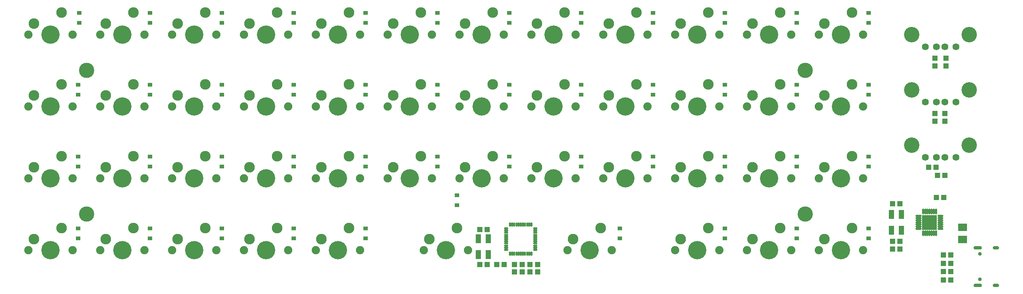
<source format=gbs>
G75*
%MOIN*%
%OFA0B0*%
%FSLAX25Y25*%
%IPPOS*%
%LPD*%
%AMOC8*
5,1,8,0,0,1.08239X$1,22.5*
%
%ADD10C,0.16548*%
%ADD11C,0.07493*%
%ADD12C,0.09658*%
%ADD13R,0.04068X0.03280*%
%ADD14C,0.01803*%
%ADD15R,0.05131X0.04737*%
%ADD16R,0.05131X0.08280*%
%ADD17R,0.04737X0.05131*%
%ADD18C,0.13973*%
%ADD19C,0.06233*%
%ADD20C,0.01981*%
%ADD21R,0.13202X0.13202*%
%ADD22R,0.07887X0.07099*%
%ADD23C,0.03359*%
%ADD24C,0.00600*%
%ADD25C,0.13800*%
D10*
X0036500Y0036500D03*
X0101500Y0036500D03*
X0166500Y0036500D03*
X0231500Y0036500D03*
X0296500Y0036500D03*
X0394000Y0036500D03*
X0524000Y0036500D03*
X0621500Y0036500D03*
X0686500Y0036500D03*
X0751500Y0036500D03*
X0751500Y0101500D03*
X0686500Y0101500D03*
X0621500Y0101500D03*
X0556500Y0101500D03*
X0491500Y0101500D03*
X0426500Y0101500D03*
X0361500Y0101500D03*
X0296500Y0101500D03*
X0231500Y0101500D03*
X0166500Y0101500D03*
X0101500Y0101500D03*
X0036500Y0101500D03*
X0036500Y0166500D03*
X0101500Y0166500D03*
X0166500Y0166500D03*
X0231500Y0166500D03*
X0296500Y0166500D03*
X0361500Y0166500D03*
X0426500Y0166500D03*
X0491500Y0166500D03*
X0556500Y0166500D03*
X0621500Y0166500D03*
X0686500Y0166500D03*
X0751500Y0166500D03*
X0751500Y0231500D03*
X0686500Y0231500D03*
X0621500Y0231500D03*
X0556500Y0231500D03*
X0491500Y0231500D03*
X0426500Y0231500D03*
X0361500Y0231500D03*
X0296500Y0231500D03*
X0231500Y0231500D03*
X0166500Y0231500D03*
X0101500Y0231500D03*
X0036500Y0231500D03*
D11*
X0016500Y0036500D03*
X0056500Y0036500D03*
X0081500Y0036500D03*
X0121500Y0036500D03*
X0146500Y0036500D03*
X0186500Y0036500D03*
X0211500Y0036500D03*
X0251500Y0036500D03*
X0276500Y0036500D03*
X0316500Y0036500D03*
X0374000Y0036500D03*
X0414000Y0036500D03*
X0504000Y0036500D03*
X0544000Y0036500D03*
X0601500Y0036500D03*
X0641500Y0036500D03*
X0666500Y0036500D03*
X0706500Y0036500D03*
X0731500Y0036500D03*
X0771500Y0036500D03*
X0771500Y0101500D03*
X0731500Y0101500D03*
X0706500Y0101500D03*
X0666500Y0101500D03*
X0641500Y0101500D03*
X0601500Y0101500D03*
X0576500Y0101500D03*
X0536500Y0101500D03*
X0511500Y0101500D03*
X0471500Y0101500D03*
X0446500Y0101500D03*
X0406500Y0101500D03*
X0381500Y0101500D03*
X0341500Y0101500D03*
X0316500Y0101500D03*
X0276500Y0101500D03*
X0251500Y0101500D03*
X0211500Y0101500D03*
X0186500Y0101500D03*
X0146500Y0101500D03*
X0121500Y0101500D03*
X0081500Y0101500D03*
X0056500Y0101500D03*
X0016500Y0101500D03*
X0016500Y0166500D03*
X0056500Y0166500D03*
X0081500Y0166500D03*
X0121500Y0166500D03*
X0146500Y0166500D03*
X0186500Y0166500D03*
X0211500Y0166500D03*
X0251500Y0166500D03*
X0276500Y0166500D03*
X0316500Y0166500D03*
X0341500Y0166500D03*
X0381500Y0166500D03*
X0406500Y0166500D03*
X0446500Y0166500D03*
X0471500Y0166500D03*
X0511500Y0166500D03*
X0536500Y0166500D03*
X0576500Y0166500D03*
X0601500Y0166500D03*
X0641500Y0166500D03*
X0666500Y0166500D03*
X0706500Y0166500D03*
X0731500Y0166500D03*
X0771500Y0166500D03*
X0771500Y0231500D03*
X0731500Y0231500D03*
X0706500Y0231500D03*
X0666500Y0231500D03*
X0641500Y0231500D03*
X0601500Y0231500D03*
X0576500Y0231500D03*
X0536500Y0231500D03*
X0511500Y0231500D03*
X0471500Y0231500D03*
X0446500Y0231500D03*
X0406500Y0231500D03*
X0381500Y0231500D03*
X0341500Y0231500D03*
X0316500Y0231500D03*
X0276500Y0231500D03*
X0251500Y0231500D03*
X0211500Y0231500D03*
X0186500Y0231500D03*
X0146500Y0231500D03*
X0121500Y0231500D03*
X0081500Y0231500D03*
X0056500Y0231500D03*
X0016500Y0231500D03*
D12*
X0021500Y0241500D03*
X0046500Y0251500D03*
X0086500Y0241500D03*
X0111500Y0251500D03*
X0151500Y0241500D03*
X0176500Y0251500D03*
X0216500Y0241500D03*
X0241500Y0251500D03*
X0281500Y0241500D03*
X0306500Y0251500D03*
X0346500Y0241500D03*
X0371500Y0251500D03*
X0411500Y0241500D03*
X0436500Y0251500D03*
X0476500Y0241500D03*
X0501500Y0251500D03*
X0541500Y0241500D03*
X0566500Y0251500D03*
X0606500Y0241500D03*
X0631500Y0251500D03*
X0671500Y0241500D03*
X0696500Y0251500D03*
X0736500Y0241500D03*
X0761500Y0251500D03*
X0761500Y0186500D03*
X0736500Y0176500D03*
X0696500Y0186500D03*
X0671500Y0176500D03*
X0631500Y0186500D03*
X0606500Y0176500D03*
X0566500Y0186500D03*
X0541500Y0176500D03*
X0501500Y0186500D03*
X0476500Y0176500D03*
X0436500Y0186500D03*
X0411500Y0176500D03*
X0371500Y0186500D03*
X0346500Y0176500D03*
X0306500Y0186500D03*
X0281500Y0176500D03*
X0241500Y0186500D03*
X0216500Y0176500D03*
X0176500Y0186500D03*
X0151500Y0176500D03*
X0111500Y0186500D03*
X0086500Y0176500D03*
X0046500Y0186500D03*
X0021500Y0176500D03*
X0046500Y0121500D03*
X0021500Y0111500D03*
X0086500Y0111500D03*
X0111500Y0121500D03*
X0151500Y0111500D03*
X0176500Y0121500D03*
X0216500Y0111500D03*
X0241500Y0121500D03*
X0281500Y0111500D03*
X0306500Y0121500D03*
X0346500Y0111500D03*
X0371500Y0121500D03*
X0411500Y0111500D03*
X0436500Y0121500D03*
X0476500Y0111500D03*
X0501500Y0121500D03*
X0541500Y0111500D03*
X0566500Y0121500D03*
X0606500Y0111500D03*
X0631500Y0121500D03*
X0671500Y0111500D03*
X0696500Y0121500D03*
X0736500Y0111500D03*
X0761500Y0121500D03*
X0761500Y0056500D03*
X0736500Y0046500D03*
X0696500Y0056500D03*
X0671500Y0046500D03*
X0631500Y0056500D03*
X0606500Y0046500D03*
X0534000Y0056500D03*
X0509000Y0046500D03*
X0404000Y0056500D03*
X0379000Y0046500D03*
X0306500Y0056500D03*
X0281500Y0046500D03*
X0241500Y0056500D03*
X0216500Y0046500D03*
X0176500Y0056500D03*
X0151500Y0046500D03*
X0111500Y0056500D03*
X0086500Y0046500D03*
X0046500Y0056500D03*
X0021500Y0046500D03*
D13*
X0061500Y0046972D03*
X0061500Y0056028D03*
X0126500Y0056028D03*
X0126500Y0046972D03*
X0191500Y0046972D03*
X0191500Y0056028D03*
X0256500Y0056028D03*
X0256500Y0046972D03*
X0321500Y0046972D03*
X0321500Y0056028D03*
X0404000Y0076972D03*
X0404000Y0086028D03*
X0386500Y0111972D03*
X0386500Y0121028D03*
X0321500Y0121028D03*
X0321500Y0111972D03*
X0256500Y0111972D03*
X0256500Y0121028D03*
X0191500Y0121028D03*
X0191500Y0111972D03*
X0126500Y0111972D03*
X0126500Y0121028D03*
X0061500Y0121028D03*
X0061500Y0111972D03*
X0061500Y0176972D03*
X0061500Y0186028D03*
X0126500Y0186028D03*
X0126500Y0176972D03*
X0191500Y0176972D03*
X0191500Y0186028D03*
X0256500Y0186028D03*
X0256500Y0176972D03*
X0321500Y0176972D03*
X0321500Y0186028D03*
X0386500Y0186028D03*
X0386500Y0176972D03*
X0451500Y0176972D03*
X0451500Y0186028D03*
X0516500Y0186028D03*
X0516500Y0176972D03*
X0581500Y0176972D03*
X0581500Y0186028D03*
X0646500Y0186028D03*
X0646500Y0176972D03*
X0711500Y0176972D03*
X0711500Y0186028D03*
X0776500Y0186028D03*
X0776500Y0176972D03*
X0776500Y0121028D03*
X0776500Y0111972D03*
X0711500Y0111972D03*
X0711500Y0121028D03*
X0646500Y0121028D03*
X0646500Y0111972D03*
X0581500Y0111972D03*
X0581500Y0121028D03*
X0516500Y0121028D03*
X0516500Y0111972D03*
X0451500Y0111972D03*
X0451500Y0121028D03*
X0551500Y0056028D03*
X0551500Y0046972D03*
X0646500Y0046972D03*
X0646500Y0056028D03*
X0711500Y0056028D03*
X0711500Y0046972D03*
X0776500Y0046972D03*
X0776500Y0056028D03*
X0776500Y0241972D03*
X0776500Y0251028D03*
X0711500Y0251028D03*
X0711500Y0241972D03*
X0646500Y0241972D03*
X0646500Y0251028D03*
X0581500Y0251028D03*
X0581500Y0241972D03*
X0516500Y0241972D03*
X0516500Y0251028D03*
X0451500Y0251028D03*
X0451500Y0241972D03*
X0386500Y0241972D03*
X0386500Y0251028D03*
X0321500Y0251028D03*
X0321500Y0241972D03*
X0256500Y0241972D03*
X0256500Y0251028D03*
X0191500Y0251028D03*
X0191500Y0241972D03*
X0126500Y0241972D03*
X0126500Y0251028D03*
X0062500Y0251028D03*
X0062500Y0241972D03*
D14*
X0451913Y0060710D02*
X0451913Y0058562D01*
X0451735Y0058562D01*
X0451735Y0060710D01*
X0451913Y0060710D01*
X0451913Y0060275D02*
X0451735Y0060275D01*
X0453881Y0060710D02*
X0453881Y0058562D01*
X0453703Y0058562D01*
X0453703Y0060710D01*
X0453881Y0060710D01*
X0453881Y0060275D02*
X0453703Y0060275D01*
X0455767Y0060710D02*
X0455767Y0058562D01*
X0455589Y0058562D01*
X0455589Y0060710D01*
X0455767Y0060710D01*
X0455767Y0060275D02*
X0455589Y0060275D01*
X0457735Y0060710D02*
X0457735Y0058562D01*
X0457557Y0058562D01*
X0457557Y0060710D01*
X0457735Y0060710D01*
X0457735Y0060275D02*
X0457557Y0060275D01*
X0459620Y0060710D02*
X0459620Y0058562D01*
X0459442Y0058562D01*
X0459442Y0060710D01*
X0459620Y0060710D01*
X0459620Y0060275D02*
X0459442Y0060275D01*
X0461589Y0060710D02*
X0461589Y0058562D01*
X0461411Y0058562D01*
X0461411Y0060710D01*
X0461589Y0060710D01*
X0461589Y0060275D02*
X0461411Y0060275D01*
X0463380Y0060710D02*
X0463380Y0058562D01*
X0463380Y0060710D02*
X0463558Y0060710D01*
X0463558Y0058562D01*
X0463380Y0058562D01*
X0463380Y0060275D02*
X0463558Y0060275D01*
X0465265Y0060710D02*
X0465265Y0058562D01*
X0465265Y0060710D02*
X0465443Y0060710D01*
X0465443Y0058562D01*
X0465265Y0058562D01*
X0465265Y0060275D02*
X0465443Y0060275D01*
X0467233Y0060710D02*
X0467233Y0058562D01*
X0467233Y0060710D02*
X0467411Y0060710D01*
X0467411Y0058562D01*
X0467233Y0058562D01*
X0467233Y0060275D02*
X0467411Y0060275D01*
X0469119Y0060710D02*
X0469119Y0058562D01*
X0469119Y0060710D02*
X0469297Y0060710D01*
X0469297Y0058562D01*
X0469119Y0058562D01*
X0469119Y0060275D02*
X0469297Y0060275D01*
X0471087Y0060710D02*
X0471087Y0058562D01*
X0471087Y0060710D02*
X0471265Y0060710D01*
X0471265Y0058562D01*
X0471087Y0058562D01*
X0471087Y0060275D02*
X0471265Y0060275D01*
X0473562Y0056087D02*
X0475710Y0056087D01*
X0473562Y0056087D02*
X0473562Y0056265D01*
X0475710Y0056265D01*
X0475710Y0056087D01*
X0475710Y0054119D02*
X0473562Y0054119D01*
X0473562Y0054297D01*
X0475710Y0054297D01*
X0475710Y0054119D01*
X0475710Y0052233D02*
X0473562Y0052233D01*
X0473562Y0052411D01*
X0475710Y0052411D01*
X0475710Y0052233D01*
X0475710Y0050265D02*
X0473562Y0050265D01*
X0473562Y0050443D01*
X0475710Y0050443D01*
X0475710Y0050265D01*
X0475710Y0048380D02*
X0473562Y0048380D01*
X0473562Y0048558D01*
X0475710Y0048558D01*
X0475710Y0048380D01*
X0475710Y0046411D02*
X0473562Y0046411D01*
X0473562Y0046589D01*
X0475710Y0046589D01*
X0475710Y0046411D01*
X0475710Y0044620D02*
X0473562Y0044620D01*
X0475710Y0044620D02*
X0475710Y0044442D01*
X0473562Y0044442D01*
X0473562Y0044620D01*
X0473562Y0042735D02*
X0475710Y0042735D01*
X0475710Y0042557D01*
X0473562Y0042557D01*
X0473562Y0042735D01*
X0473562Y0040767D02*
X0475710Y0040767D01*
X0475710Y0040589D01*
X0473562Y0040589D01*
X0473562Y0040767D01*
X0473562Y0038881D02*
X0475710Y0038881D01*
X0475710Y0038703D01*
X0473562Y0038703D01*
X0473562Y0038881D01*
X0473562Y0036913D02*
X0475710Y0036913D01*
X0475710Y0036735D01*
X0473562Y0036735D01*
X0473562Y0036913D01*
X0471087Y0034438D02*
X0471087Y0032290D01*
X0471087Y0034438D02*
X0471265Y0034438D01*
X0471265Y0032290D01*
X0471087Y0032290D01*
X0471087Y0034003D02*
X0471265Y0034003D01*
X0469119Y0034438D02*
X0469119Y0032290D01*
X0469119Y0034438D02*
X0469297Y0034438D01*
X0469297Y0032290D01*
X0469119Y0032290D01*
X0469119Y0034003D02*
X0469297Y0034003D01*
X0467233Y0034438D02*
X0467233Y0032290D01*
X0467233Y0034438D02*
X0467411Y0034438D01*
X0467411Y0032290D01*
X0467233Y0032290D01*
X0467233Y0034003D02*
X0467411Y0034003D01*
X0465265Y0034438D02*
X0465265Y0032290D01*
X0465265Y0034438D02*
X0465443Y0034438D01*
X0465443Y0032290D01*
X0465265Y0032290D01*
X0465265Y0034003D02*
X0465443Y0034003D01*
X0463380Y0034438D02*
X0463380Y0032290D01*
X0463380Y0034438D02*
X0463558Y0034438D01*
X0463558Y0032290D01*
X0463380Y0032290D01*
X0463380Y0034003D02*
X0463558Y0034003D01*
X0461411Y0034438D02*
X0461411Y0032290D01*
X0461411Y0034438D02*
X0461589Y0034438D01*
X0461589Y0032290D01*
X0461411Y0032290D01*
X0461411Y0034003D02*
X0461589Y0034003D01*
X0459620Y0034438D02*
X0459620Y0032290D01*
X0459442Y0032290D01*
X0459442Y0034438D01*
X0459620Y0034438D01*
X0459620Y0034003D02*
X0459442Y0034003D01*
X0457735Y0034438D02*
X0457735Y0032290D01*
X0457557Y0032290D01*
X0457557Y0034438D01*
X0457735Y0034438D01*
X0457735Y0034003D02*
X0457557Y0034003D01*
X0455767Y0034438D02*
X0455767Y0032290D01*
X0455589Y0032290D01*
X0455589Y0034438D01*
X0455767Y0034438D01*
X0455767Y0034003D02*
X0455589Y0034003D01*
X0453881Y0034438D02*
X0453881Y0032290D01*
X0453703Y0032290D01*
X0453703Y0034438D01*
X0453881Y0034438D01*
X0453881Y0034003D02*
X0453703Y0034003D01*
X0451913Y0034438D02*
X0451913Y0032290D01*
X0451735Y0032290D01*
X0451735Y0034438D01*
X0451913Y0034438D01*
X0451913Y0034003D02*
X0451735Y0034003D01*
X0449438Y0036913D02*
X0447290Y0036913D01*
X0449438Y0036913D02*
X0449438Y0036735D01*
X0447290Y0036735D01*
X0447290Y0036913D01*
X0447290Y0038881D02*
X0449438Y0038881D01*
X0449438Y0038703D01*
X0447290Y0038703D01*
X0447290Y0038881D01*
X0447290Y0040767D02*
X0449438Y0040767D01*
X0449438Y0040589D01*
X0447290Y0040589D01*
X0447290Y0040767D01*
X0447290Y0042735D02*
X0449438Y0042735D01*
X0449438Y0042557D01*
X0447290Y0042557D01*
X0447290Y0042735D01*
X0447290Y0044620D02*
X0449438Y0044620D01*
X0449438Y0044442D01*
X0447290Y0044442D01*
X0447290Y0044620D01*
X0447290Y0046589D02*
X0449438Y0046589D01*
X0449438Y0046411D01*
X0447290Y0046411D01*
X0447290Y0046589D01*
X0447290Y0048380D02*
X0449438Y0048380D01*
X0447290Y0048380D02*
X0447290Y0048558D01*
X0449438Y0048558D01*
X0449438Y0048380D01*
X0449438Y0050265D02*
X0447290Y0050265D01*
X0447290Y0050443D01*
X0449438Y0050443D01*
X0449438Y0050265D01*
X0449438Y0052233D02*
X0447290Y0052233D01*
X0447290Y0052411D01*
X0449438Y0052411D01*
X0449438Y0052233D01*
X0449438Y0054119D02*
X0447290Y0054119D01*
X0447290Y0054297D01*
X0449438Y0054297D01*
X0449438Y0054119D01*
X0449438Y0056087D02*
X0447290Y0056087D01*
X0447290Y0056265D01*
X0449438Y0056265D01*
X0449438Y0056087D01*
D15*
X0431346Y0055000D03*
X0424654Y0055000D03*
X0424654Y0023500D03*
X0431346Y0023500D03*
X0440154Y0023500D03*
X0446846Y0023500D03*
X0798154Y0037500D03*
X0804846Y0037500D03*
X0804846Y0044500D03*
X0798154Y0044500D03*
X0844154Y0032000D03*
X0850846Y0032000D03*
X0850846Y0024500D03*
X0844154Y0024500D03*
X0844154Y0017000D03*
X0850846Y0017000D03*
X0850846Y0009500D03*
X0844154Y0009500D03*
X0804846Y0078500D03*
X0798154Y0078500D03*
X0837654Y0084000D03*
X0844346Y0084000D03*
X0845346Y0104000D03*
X0838654Y0104000D03*
X0837346Y0111500D03*
X0830654Y0111500D03*
D16*
X0806028Y0068783D03*
X0796972Y0068783D03*
X0796972Y0054217D03*
X0806028Y0054217D03*
X0432528Y0046783D03*
X0423472Y0046783D03*
X0423472Y0032217D03*
X0432528Y0032217D03*
D17*
X0456000Y0023346D03*
X0463000Y0023346D03*
X0470000Y0023346D03*
X0477000Y0023346D03*
X0477000Y0016654D03*
X0470000Y0016654D03*
X0463000Y0016654D03*
X0456000Y0016654D03*
X0836500Y0153154D03*
X0845500Y0153154D03*
X0845500Y0159846D03*
X0836500Y0159846D03*
X0836500Y0203154D03*
X0846500Y0203154D03*
X0846500Y0209846D03*
X0836500Y0209846D03*
D18*
X0815516Y0231500D03*
X0867484Y0231500D03*
X0867484Y0181500D03*
X0815516Y0181500D03*
X0815516Y0131500D03*
X0867484Y0131500D03*
D19*
X0855280Y0120476D03*
X0845437Y0120476D03*
X0837563Y0120476D03*
X0827720Y0120476D03*
X0827720Y0170476D03*
X0837563Y0170476D03*
X0845437Y0170476D03*
X0855280Y0170476D03*
X0855280Y0220476D03*
X0845437Y0220476D03*
X0837563Y0220476D03*
X0827720Y0220476D03*
D20*
X0827563Y0073123D02*
X0827563Y0073123D01*
X0827563Y0069775D01*
X0827563Y0069775D01*
X0827563Y0073123D01*
X0827563Y0071657D02*
X0827563Y0071657D01*
X0829531Y0073123D02*
X0829531Y0073123D01*
X0829531Y0069775D01*
X0829531Y0069775D01*
X0829531Y0073123D01*
X0829531Y0071657D02*
X0829531Y0071657D01*
X0831500Y0073123D02*
X0831500Y0073123D01*
X0831500Y0069775D01*
X0831500Y0069775D01*
X0831500Y0073123D01*
X0831500Y0071657D02*
X0831500Y0071657D01*
X0833469Y0073123D02*
X0833469Y0073123D01*
X0833469Y0069775D01*
X0833469Y0069775D01*
X0833469Y0073123D01*
X0833469Y0071657D02*
X0833469Y0071657D01*
X0835437Y0073123D02*
X0835437Y0073123D01*
X0835437Y0069775D01*
X0835437Y0069775D01*
X0835437Y0073123D01*
X0835437Y0071657D02*
X0835437Y0071657D01*
X0837406Y0073123D02*
X0837406Y0073123D01*
X0837406Y0069775D01*
X0837406Y0069775D01*
X0837406Y0073123D01*
X0837406Y0071657D02*
X0837406Y0071657D01*
X0843123Y0067406D02*
X0843123Y0067406D01*
X0839775Y0067406D01*
X0839775Y0067406D01*
X0843123Y0067406D01*
X0843123Y0065437D02*
X0843123Y0065437D01*
X0839775Y0065437D01*
X0839775Y0065437D01*
X0843123Y0065437D01*
X0843123Y0063469D02*
X0843123Y0063469D01*
X0839775Y0063469D01*
X0839775Y0063469D01*
X0843123Y0063469D01*
X0843123Y0061500D02*
X0843123Y0061500D01*
X0839775Y0061500D01*
X0839775Y0061500D01*
X0843123Y0061500D01*
X0843123Y0059531D02*
X0843123Y0059531D01*
X0839775Y0059531D01*
X0839775Y0059531D01*
X0843123Y0059531D01*
X0843123Y0057563D02*
X0843123Y0057563D01*
X0839775Y0057563D01*
X0839775Y0057563D01*
X0843123Y0057563D01*
X0843123Y0055594D02*
X0843123Y0055594D01*
X0839775Y0055594D01*
X0839775Y0055594D01*
X0843123Y0055594D01*
X0837406Y0049877D02*
X0837406Y0049877D01*
X0837406Y0053225D01*
X0837406Y0053225D01*
X0837406Y0049877D01*
X0837406Y0051759D02*
X0837406Y0051759D01*
X0835437Y0049877D02*
X0835437Y0049877D01*
X0835437Y0053225D01*
X0835437Y0053225D01*
X0835437Y0049877D01*
X0835437Y0051759D02*
X0835437Y0051759D01*
X0833469Y0049877D02*
X0833469Y0049877D01*
X0833469Y0053225D01*
X0833469Y0053225D01*
X0833469Y0049877D01*
X0833469Y0051759D02*
X0833469Y0051759D01*
X0831500Y0049877D02*
X0831500Y0049877D01*
X0831500Y0053225D01*
X0831500Y0053225D01*
X0831500Y0049877D01*
X0831500Y0051759D02*
X0831500Y0051759D01*
X0829531Y0049877D02*
X0829531Y0049877D01*
X0829531Y0053225D01*
X0829531Y0053225D01*
X0829531Y0049877D01*
X0829531Y0051759D02*
X0829531Y0051759D01*
X0827563Y0049877D02*
X0827563Y0049877D01*
X0827563Y0053225D01*
X0827563Y0053225D01*
X0827563Y0049877D01*
X0827563Y0051759D02*
X0827563Y0051759D01*
X0825594Y0049877D02*
X0825594Y0049877D01*
X0825594Y0053225D01*
X0825594Y0053225D01*
X0825594Y0049877D01*
X0825594Y0051759D02*
X0825594Y0051759D01*
X0819877Y0055594D02*
X0819877Y0055594D01*
X0823225Y0055594D01*
X0823225Y0055594D01*
X0819877Y0055594D01*
X0819877Y0057563D02*
X0819877Y0057563D01*
X0823225Y0057563D01*
X0823225Y0057563D01*
X0819877Y0057563D01*
X0819877Y0059531D02*
X0819877Y0059531D01*
X0823225Y0059531D01*
X0823225Y0059531D01*
X0819877Y0059531D01*
X0819877Y0061500D02*
X0819877Y0061500D01*
X0823225Y0061500D01*
X0823225Y0061500D01*
X0819877Y0061500D01*
X0819877Y0063469D02*
X0819877Y0063469D01*
X0823225Y0063469D01*
X0823225Y0063469D01*
X0819877Y0063469D01*
X0819877Y0065437D02*
X0819877Y0065437D01*
X0823225Y0065437D01*
X0823225Y0065437D01*
X0819877Y0065437D01*
X0819877Y0067406D02*
X0819877Y0067406D01*
X0823225Y0067406D01*
X0823225Y0067406D01*
X0819877Y0067406D01*
X0825594Y0073123D02*
X0825594Y0073123D01*
X0825594Y0069775D01*
X0825594Y0069775D01*
X0825594Y0073123D01*
X0825594Y0071657D02*
X0825594Y0071657D01*
D21*
X0831500Y0061500D03*
D22*
X0861500Y0057012D03*
X0861500Y0045988D03*
D23*
X0877189Y0032878D03*
X0877189Y0010122D03*
D24*
X0877268Y0005673D02*
X0872937Y0005673D01*
X0872654Y0005639D01*
X0872388Y0005538D01*
X0872154Y0005376D01*
X0871965Y0005163D01*
X0871833Y0004911D01*
X0871765Y0004634D01*
X0871765Y0004350D01*
X0871833Y0004073D01*
X0871965Y0003821D01*
X0872154Y0003608D01*
X0872388Y0003446D01*
X0872654Y0003345D01*
X0872937Y0003311D01*
X0877268Y0003311D01*
X0877550Y0003345D01*
X0877817Y0003446D01*
X0878051Y0003608D01*
X0878240Y0003821D01*
X0878372Y0004073D01*
X0878440Y0004350D01*
X0878440Y0004634D01*
X0878372Y0004911D01*
X0878240Y0005163D01*
X0878051Y0005376D01*
X0877817Y0005538D01*
X0877550Y0005639D01*
X0877268Y0005673D01*
X0878278Y0005091D02*
X0871927Y0005091D01*
X0871765Y0004493D02*
X0878440Y0004493D01*
X0878278Y0003894D02*
X0871927Y0003894D01*
X0889146Y0004350D02*
X0889146Y0004634D01*
X0889215Y0004911D01*
X0889347Y0005163D01*
X0889536Y0005376D01*
X0889770Y0005538D01*
X0890036Y0005639D01*
X0890319Y0005673D01*
X0892760Y0005673D01*
X0893042Y0005639D01*
X0893309Y0005538D01*
X0893543Y0005376D01*
X0893732Y0005163D01*
X0893864Y0004911D01*
X0893932Y0004634D01*
X0893932Y0004350D01*
X0893864Y0004073D01*
X0893732Y0003821D01*
X0893543Y0003608D01*
X0893309Y0003446D01*
X0893042Y0003345D01*
X0892760Y0003311D01*
X0890319Y0003311D01*
X0890036Y0003345D01*
X0889770Y0003446D01*
X0889536Y0003608D01*
X0889347Y0003821D01*
X0889215Y0004073D01*
X0889146Y0004350D01*
X0889146Y0004493D02*
X0893932Y0004493D01*
X0893770Y0005091D02*
X0889309Y0005091D01*
X0889309Y0003894D02*
X0893770Y0003894D01*
X0892760Y0037327D02*
X0893042Y0037361D01*
X0893309Y0037462D01*
X0893543Y0037624D01*
X0893732Y0037837D01*
X0893864Y0038089D01*
X0893932Y0038366D01*
X0893932Y0038650D01*
X0893864Y0038927D01*
X0893732Y0039179D01*
X0893543Y0039392D01*
X0893309Y0039554D01*
X0893042Y0039655D01*
X0892760Y0039689D01*
X0890319Y0039689D01*
X0890036Y0039655D01*
X0889770Y0039554D01*
X0889536Y0039392D01*
X0889347Y0039179D01*
X0889215Y0038927D01*
X0889146Y0038650D01*
X0889146Y0038366D01*
X0889215Y0038089D01*
X0889347Y0037837D01*
X0889536Y0037624D01*
X0889770Y0037462D01*
X0890036Y0037361D01*
X0890319Y0037327D01*
X0892760Y0037327D01*
X0893173Y0037411D02*
X0889905Y0037411D01*
X0889256Y0038009D02*
X0893822Y0038009D01*
X0893932Y0038608D02*
X0889146Y0038608D01*
X0889371Y0039206D02*
X0893708Y0039206D01*
X0878440Y0038650D02*
X0878440Y0038366D01*
X0878372Y0038089D01*
X0878240Y0037837D01*
X0878051Y0037624D01*
X0877817Y0037462D01*
X0877550Y0037361D01*
X0877268Y0037327D01*
X0872937Y0037327D01*
X0872654Y0037361D01*
X0872388Y0037462D01*
X0872154Y0037624D01*
X0871965Y0037837D01*
X0871833Y0038089D01*
X0871765Y0038366D01*
X0871765Y0038650D01*
X0871833Y0038927D01*
X0871965Y0039179D01*
X0872154Y0039392D01*
X0872388Y0039554D01*
X0872654Y0039655D01*
X0872937Y0039689D01*
X0877268Y0039689D01*
X0877550Y0039655D01*
X0877817Y0039554D01*
X0878051Y0039392D01*
X0878240Y0039179D01*
X0878372Y0038927D01*
X0878440Y0038650D01*
X0878440Y0038608D02*
X0871765Y0038608D01*
X0871875Y0038009D02*
X0878330Y0038009D01*
X0877681Y0037411D02*
X0872524Y0037411D01*
X0871989Y0039206D02*
X0878215Y0039206D01*
D25*
X0719000Y0069000D03*
X0719000Y0199000D03*
X0069000Y0199000D03*
X0069000Y0069000D03*
M02*

</source>
